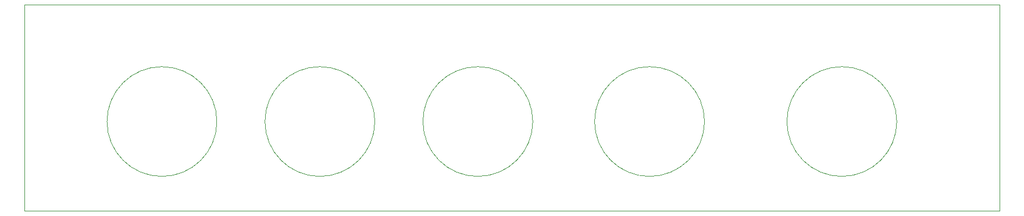
<source format=gm1>
G04 #@! TF.GenerationSoftware,KiCad,Pcbnew,(6.0.0)*
G04 #@! TF.CreationDate,2022-06-26T22:50:44+02:00*
G04 #@! TF.ProjectId,mht-ctl-front,6d68742d-6374-46c2-9d66-726f6e742e6b,rev?*
G04 #@! TF.SameCoordinates,Original*
G04 #@! TF.FileFunction,Profile,NP*
%FSLAX46Y46*%
G04 Gerber Fmt 4.6, Leading zero omitted, Abs format (unit mm)*
G04 Created by KiCad (PCBNEW (6.0.0)) date 2022-06-26 22:50:44*
%MOMM*%
%LPD*%
G01*
G04 APERTURE LIST*
G04 #@! TA.AperFunction,Profile*
%ADD10C,0.050000*%
G04 #@! TD*
G04 APERTURE END LIST*
D10*
X34000000Y-60000000D02*
X176000000Y-60000000D01*
X176000000Y-30000000D02*
X34000000Y-30000000D01*
X108000000Y-47000000D02*
G75*
G03*
X108000000Y-47000000I-8000000J0D01*
G01*
X161000000Y-47000000D02*
G75*
G03*
X161000000Y-47000000I-8000000J0D01*
G01*
X62000000Y-47000000D02*
G75*
G03*
X62000000Y-47000000I-8000000J0D01*
G01*
X133000000Y-47000000D02*
G75*
G03*
X133000000Y-47000000I-8000000J0D01*
G01*
X176000000Y-30000000D02*
X176000000Y-60000000D01*
X85000000Y-47000000D02*
G75*
G03*
X85000000Y-47000000I-8000000J0D01*
G01*
X34000000Y-60000000D02*
X34000000Y-30000000D01*
M02*

</source>
